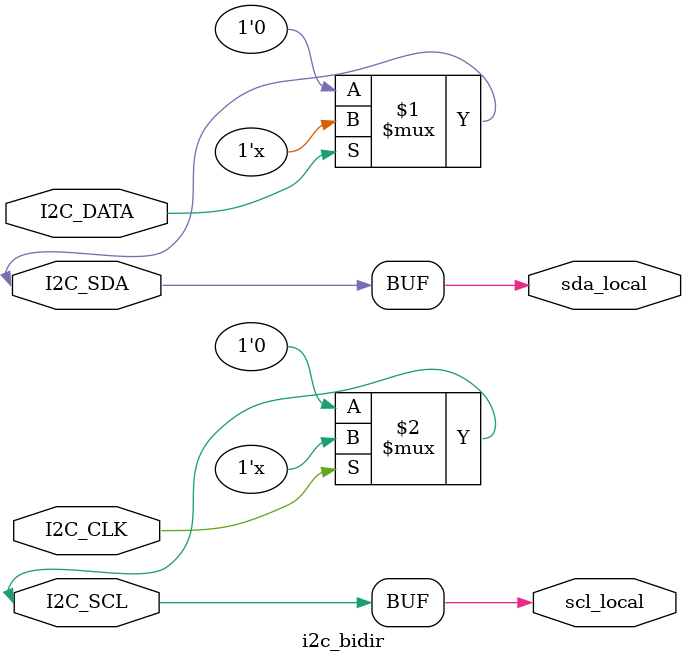
<source format=v>
module i2c_bidir(
    input I2C_CLK,
    input I2C_DATA,
    inout I2C_SDA,
    inout I2C_SCL,
    output sda_local,
    output scl_local
    );
  wire   I2C_SDA;
  wire   I2C_SCL;
    
    assign I2C_SDA = (I2C_DATA)? 1'bz:1'b0;     
    assign I2C_SCL = (I2C_CLK)? 1'bz:1'b0;
    assign sda_local = I2C_SDA; 
    assign scl_local = I2C_SCL;
	//assign I2C_SDA = I2C_DATA;
    //assign I2C_SCL = I2C_CLK;  
    
endmodule


</source>
